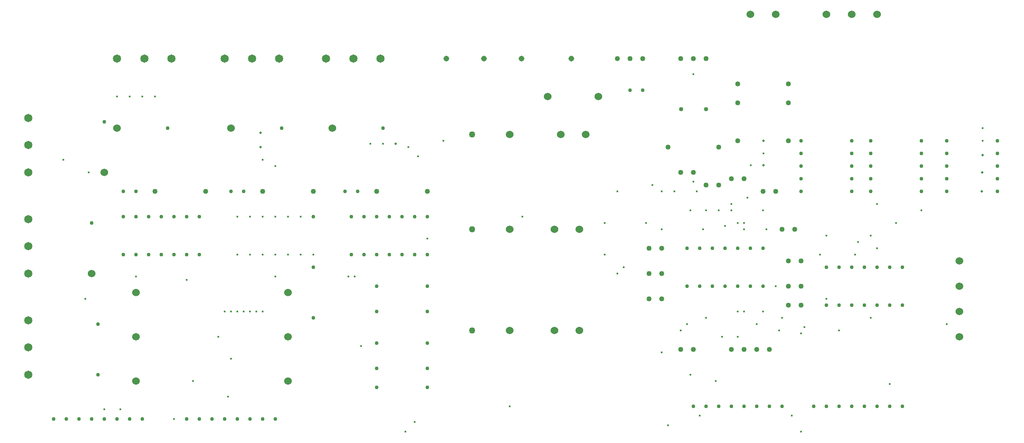
<source format=gbr>
G04 PROTEUS GERBER X2 FILE*
%TF.GenerationSoftware,Labcenter,Proteus,8.6-SP2-Build23525*%
%TF.CreationDate,2018-12-10T17:09:55+00:00*%
%TF.FileFunction,Plated,1,2,PTH*%
%TF.FilePolarity,Positive*%
%TF.Part,Single*%
%FSLAX45Y45*%
%MOMM*%
G01*
%TA.AperFunction,ViaDrill*%
%ADD83C,0.381000*%
%ADD84C,0.508000*%
%TA.AperFunction,ComponentDrill*%
%ADD85C,1.651000*%
%TA.AperFunction,ComponentDrill*%
%ADD86C,0.762000*%
%ADD87C,0.381000*%
%TA.AperFunction,ComponentDrill*%
%ADD88C,1.016000*%
%TA.AperFunction,ComponentDrill*%
%ADD89C,1.524000*%
%ADD90C,1.143000*%
%TA.AperFunction,ComponentDrill*%
%ADD91C,0.850000*%
%ADD92C,1.270000*%
%TD.AperFunction*%
D83*
X+4826000Y+7112000D03*
X+5016500Y+7620000D03*
X+4953000Y+6985000D03*
X+4381500Y+3937000D03*
X+4699000Y+7493000D03*
X+5334000Y+7366000D03*
X+4826000Y+4826000D03*
X+4826000Y+5334000D03*
X+5207000Y+5080000D03*
X+4508500Y+4826000D03*
X+4953000Y+5334000D03*
X+4953000Y+7112000D03*
X+4699000Y+7366000D03*
X+3111500Y+7874000D03*
X+3937000Y+7937500D03*
X+4000500Y+7747000D03*
X+4127500Y+6985000D03*
X+3556000Y+7747000D03*
X+3873500Y+7366000D03*
X+4191000Y+7366000D03*
X+3810000Y+5080000D03*
X+3873500Y+4064000D03*
X+3683000Y+4953000D03*
X+7620000Y+6604000D03*
X+7175500Y+6477000D03*
X+7493000Y+5207000D03*
X+6604000Y+5588000D03*
X+3302000Y+6985000D03*
X+4572000Y+7048500D03*
X+3302000Y+4508500D03*
X+4445000Y+7366000D03*
X+4191000Y+5207000D03*
X+3937000Y+10096500D03*
X+5651500Y+4953000D03*
X+5334000Y+5334000D03*
X+5397500Y+6985000D03*
X-6223000Y+5969000D03*
X-7239000Y+6032500D03*
X+6858000Y+4953000D03*
X+7493000Y+6858000D03*
X+7239000Y+6731000D03*
X+6477000Y+6477000D03*
X+6604000Y+6858000D03*
X-8699500Y+8382000D03*
X-1079500Y+8763000D03*
X-1651000Y+3111500D03*
X+6096000Y+2921000D03*
X+6096000Y+4889500D03*
X+4064000Y+3238500D03*
X+5905500Y+3238500D03*
X+7874000Y+3873500D03*
X+3429000Y+3048000D03*
X-1841500Y+2921000D03*
X+8001000Y+7112000D03*
X+8509000Y+7366000D03*
X+9017000Y+5080000D03*
X+6159500Y+5016500D03*
X+5715000Y+5207000D03*
X+5588000Y+5842000D03*
X-5588000Y+4826000D03*
X-8255000Y+5588000D03*
X-1397000Y+6794500D03*
X-7874000Y+3365500D03*
X-2730500Y+4635500D03*
X-5334000Y+4381500D03*
X-1778000Y+8636000D03*
X-1587500Y+8445500D03*
X-2984500Y+6032500D03*
X-4445000Y+6032500D03*
X-4826000Y+5334000D03*
X-5080000Y+5334000D03*
X-5461000Y+5334000D03*
X-4699000Y+5334000D03*
X-5334000Y+5334000D03*
X-5207000Y+5334000D03*
X-4953000Y+5334000D03*
D84*
X-2032000Y+8699500D03*
D83*
X-2286000Y+8699500D03*
X-2540000Y+8699500D03*
X+5080415Y+8272026D03*
X+5334191Y+8509000D03*
D84*
X-4746450Y+8636000D03*
D83*
X-7366000Y+9652000D03*
X-7620000Y+9652000D03*
X-6858000Y+9652000D03*
X-7112000Y+9652000D03*
X-4445000Y+8255000D03*
X-4699000Y+8382000D03*
D84*
X-4744743Y+8921821D03*
D83*
X-8191500Y+8128000D03*
X+9733796Y+9017000D03*
X+7620000Y+7493000D03*
X+9733796Y+8763000D03*
D84*
X+9724673Y+8128781D03*
X+9733796Y+8470957D03*
X+9719194Y+7747860D03*
X+5334264Y+8265835D03*
X+5334115Y+8763000D03*
D83*
X-6096000Y+3937000D03*
X-7556500Y+3365500D03*
X-6477000Y+3175000D03*
X-5397500Y+3619500D03*
X+254000Y+3429000D03*
X+508000Y+7239000D03*
X+2984500Y+7112000D03*
X+2159000Y+7112000D03*
X+2159000Y+6477000D03*
X-2857500Y+6032500D03*
X+2540000Y+6223000D03*
X+3302000Y+7747000D03*
X+2413000Y+7747000D03*
X+2413000Y+6096000D03*
D85*
X-7620000Y+10414000D03*
X-7073900Y+10414000D03*
X-6527800Y+10414000D03*
X-9398000Y+8128000D03*
X-9398000Y+8674100D03*
X-9398000Y+9220200D03*
X-5461000Y+10414000D03*
X-4914900Y+10414000D03*
X-4368800Y+10414000D03*
X-9398000Y+6096000D03*
X-9398000Y+6642100D03*
X-9398000Y+7188200D03*
X-3429000Y+10414000D03*
X-2882900Y+10414000D03*
X-2336800Y+10414000D03*
X-9398000Y+4064000D03*
X-9398000Y+4610100D03*
X-9398000Y+5156200D03*
D86*
X-5969000Y+7239000D03*
X-6223000Y+7239000D03*
X-6477000Y+7239000D03*
X-6731000Y+7239000D03*
X-6985000Y+7239000D03*
X-7239000Y+7239000D03*
X-7493000Y+7239000D03*
X-7493000Y+6477000D03*
X-7239000Y+6477000D03*
X-6985000Y+6477000D03*
X-6731000Y+6477000D03*
X-6477000Y+6477000D03*
X-6223000Y+6477000D03*
X-5969000Y+6477000D03*
X-3683000Y+7239000D03*
D87*
X-3937000Y+7239000D03*
X-4191000Y+7239000D03*
X-4445000Y+7239000D03*
X-4699000Y+7239000D03*
X-4953000Y+7239000D03*
X-5207000Y+7239000D03*
X-5207000Y+6477000D03*
X-4953000Y+6477000D03*
X-4699000Y+6477000D03*
X-4445000Y+6477000D03*
X-4191000Y+6477000D03*
X-3937000Y+6477000D03*
X-3683000Y+6477000D03*
D86*
X-1397000Y+7239000D03*
X-1651000Y+7239000D03*
X-1905000Y+7239000D03*
X-2159000Y+7239000D03*
X-2413000Y+7239000D03*
X-2667000Y+7239000D03*
X-2921000Y+7239000D03*
X-2921000Y+6477000D03*
X-2667000Y+6477000D03*
X-2413000Y+6477000D03*
X-2159000Y+6477000D03*
X-1905000Y+6477000D03*
X-1651000Y+6477000D03*
X-1397000Y+6477000D03*
D88*
X-5842000Y+7747000D03*
X-6858000Y+7747000D03*
X-3683000Y+7747000D03*
X-4699000Y+7747000D03*
X-1397000Y+7747000D03*
X-2413000Y+7747000D03*
D86*
X-7493000Y+7747000D03*
X-7239000Y+7747000D03*
X-5334000Y+7747000D03*
X-5080000Y+7747000D03*
X-3048000Y+7747000D03*
X-2794000Y+7747000D03*
D89*
X+9271000Y+4826000D03*
X+9271000Y+5334000D03*
X+9271000Y+5842000D03*
X+9271000Y+6350000D03*
X+7620000Y+11303000D03*
X+7112000Y+11303000D03*
X+6604000Y+11303000D03*
X+5588000Y+11303000D03*
X+5080000Y+11303000D03*
D90*
X+1484000Y+10414000D03*
X-1016000Y+10414000D03*
X+484000Y+10414000D03*
X-266000Y+10414000D03*
D88*
X+3683000Y+10414000D03*
X+3937000Y+10414000D03*
X+4191000Y+10414000D03*
X+2413000Y+10414000D03*
X+2667000Y+10414000D03*
X+2921000Y+10414000D03*
D86*
X+2921000Y+9779000D03*
X+2667000Y+9779000D03*
D91*
X+3687000Y+9398000D03*
X+4187000Y+9398000D03*
D88*
X+5842000Y+9906000D03*
X+4826000Y+9906000D03*
X+4445000Y+8636000D03*
X+3429000Y+8636000D03*
X+4826000Y+9525000D03*
X+5842000Y+9525000D03*
X+5842000Y+8763000D03*
X+4826000Y+8763000D03*
D86*
X-8890000Y+3175000D03*
X-8636000Y+3175000D03*
X-8382000Y+3175000D03*
X-8128000Y+3175000D03*
X-7874000Y+3175000D03*
X-7620000Y+3175000D03*
X-7366000Y+3175000D03*
X-7112000Y+3175000D03*
D92*
X-502000Y+6985000D03*
D89*
X+248000Y+6985000D03*
D92*
X-502000Y+4953000D03*
D89*
X+248000Y+4953000D03*
D92*
X-502000Y+8890000D03*
D89*
X+248000Y+8890000D03*
X+1274000Y+8890000D03*
X+1774000Y+8890000D03*
X+1147000Y+6985000D03*
X+1647000Y+6985000D03*
X+1147000Y+4953000D03*
X+1647000Y+4953000D03*
X-7239000Y+5715000D03*
X-4191000Y+5715000D03*
X-7239000Y+4826000D03*
X-4191000Y+4826000D03*
X-7239000Y+3937000D03*
X-4191000Y+3937000D03*
D86*
X-2413000Y+5842000D03*
X-1397000Y+5842000D03*
X-1397000Y+5334000D03*
X-2413000Y+5334000D03*
X-2413000Y+4699000D03*
X-1397000Y+4699000D03*
X-1397000Y+4191000D03*
X-2413000Y+4191000D03*
X-2413000Y+3810000D03*
X-1397000Y+3810000D03*
X-6604000Y+9017000D03*
D89*
X-7620000Y+9017000D03*
D86*
X-4318000Y+9017000D03*
D89*
X-5334000Y+9017000D03*
D86*
X-2286000Y+9017000D03*
D89*
X-3302000Y+9017000D03*
D86*
X-8001000Y+5080000D03*
X-8001000Y+4064000D03*
X-8128000Y+7112000D03*
D89*
X-8128000Y+6096000D03*
D86*
X-7874000Y+9144000D03*
D89*
X-7874000Y+8128000D03*
D86*
X-6223000Y+3175000D03*
X-5969000Y+3175000D03*
X-5715000Y+3175000D03*
X-5461000Y+3175000D03*
X-5207000Y+3175000D03*
X-4953000Y+3175000D03*
X-4699000Y+3175000D03*
X-4445000Y+3175000D03*
X+5334000Y+6604000D03*
X+5080000Y+6604000D03*
X+4826000Y+6604000D03*
X+4572000Y+6604000D03*
X+4318000Y+6604000D03*
X+4064000Y+6604000D03*
X+3810000Y+6604000D03*
X+3810000Y+5842000D03*
X+4064000Y+5842000D03*
X+4318000Y+5842000D03*
X+4572000Y+5842000D03*
X+4826000Y+5842000D03*
X+5080000Y+5842000D03*
X+5334000Y+5842000D03*
X+8128000Y+6223000D03*
X+7874000Y+6223000D03*
X+7620000Y+6223000D03*
X+7366000Y+6223000D03*
X+7112000Y+6223000D03*
X+6858000Y+6223000D03*
X+6604000Y+6223000D03*
X+6604000Y+5461000D03*
X+6858000Y+5461000D03*
X+7112000Y+5461000D03*
X+7366000Y+5461000D03*
X+7620000Y+5461000D03*
X+7874000Y+5461000D03*
X+8128000Y+5461000D03*
D88*
X+4699000Y+8001000D03*
X+4953000Y+8001000D03*
X+5334000Y+7747000D03*
X+5588000Y+7747000D03*
X+3683000Y+8128000D03*
X+3937000Y+8128000D03*
X+3048000Y+6604000D03*
X+3302000Y+6604000D03*
X+4191000Y+7874000D03*
X+4445000Y+7874000D03*
X+3683000Y+4572000D03*
X+3937000Y+4572000D03*
X+4699000Y+4572000D03*
X+4953000Y+4572000D03*
X+5207000Y+4572000D03*
X+5461000Y+4572000D03*
X+5715000Y+6985000D03*
X+5969000Y+6985000D03*
X+5842000Y+6350000D03*
X+6096000Y+6350000D03*
X+3048000Y+6096000D03*
X+3302000Y+6096000D03*
X+3048000Y+5588000D03*
X+3302000Y+5588000D03*
X+5842000Y+5842000D03*
X+6096000Y+5842000D03*
X+5842000Y+5461000D03*
X+6096000Y+5461000D03*
D86*
X+9017000Y+8763000D03*
X+10033000Y+8763000D03*
X+10033000Y+8509000D03*
X+9017000Y+8509000D03*
X+9017000Y+8255000D03*
X+10033000Y+8255000D03*
X+10033000Y+8001000D03*
X+9017000Y+8001000D03*
X+9017000Y+7747000D03*
X+10033000Y+7747000D03*
X+6350000Y+3429000D03*
X+6604000Y+3429000D03*
X+6858000Y+3429000D03*
X+7112000Y+3429000D03*
X+7366000Y+3429000D03*
X+7620000Y+3429000D03*
X+7874000Y+3429000D03*
X+8128000Y+3429000D03*
X+3937000Y+3429000D03*
X+4191000Y+3429000D03*
X+4445000Y+3429000D03*
X+4699000Y+3429000D03*
X+4953000Y+3429000D03*
X+5207000Y+3429000D03*
X+5461000Y+3429000D03*
X+5715000Y+3429000D03*
D89*
X+2032000Y+9652000D03*
X+1016000Y+9652000D03*
D86*
X+8509000Y+8763000D03*
X+7493000Y+8763000D03*
X+7493000Y+8509000D03*
X+8509000Y+8509000D03*
X+8509000Y+8255000D03*
X+7493000Y+8255000D03*
X+7493000Y+8001000D03*
X+8509000Y+8001000D03*
X+8509000Y+7747000D03*
X+7493000Y+7747000D03*
X+7112000Y+8763000D03*
X+6096000Y+8763000D03*
X+6096000Y+8509000D03*
X+7112000Y+8509000D03*
X+7112000Y+8255000D03*
X+6096000Y+8255000D03*
X+6096000Y+8001000D03*
X+7112000Y+8001000D03*
X+7112000Y+7747000D03*
X+6096000Y+7747000D03*
X-3683000Y+6223000D03*
X-3683000Y+5207000D03*
M02*

</source>
